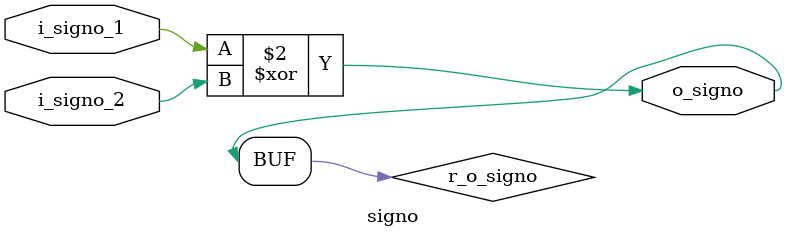
<source format=v>


module signo (
output      o_signo,
input       i_signo_1,
input       i_signo_2
);

reg r_o_signo;

always @(*) begin
    r_o_signo = i_signo_1^i_signo_2;
end

assign  o_signo = r_o_signo;

endmodule
</source>
